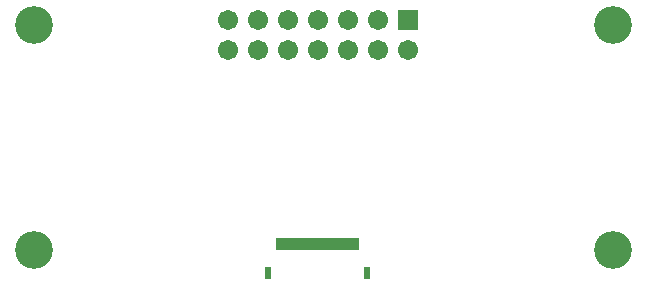
<source format=gts>
G04*
G04 #@! TF.GenerationSoftware,Altium Limited,Altium Designer,23.9.2 (47)*
G04*
G04 Layer_Color=8388736*
%FSLAX44Y44*%
%MOMM*%
G71*
G04*
G04 #@! TF.SameCoordinates,14F845D8-5F58-45A0-AC7D-242895ECC597*
G04*
G04*
G04 #@! TF.FilePolarity,Negative*
G04*
G01*
G75*
%ADD14R,0.5032X1.0032*%
%ADD15R,0.6032X1.0032*%
%ADD16C,1.7032*%
%ADD17R,1.7032X1.7032*%
%ADD18C,3.2032*%
D14*
X302500Y35220D02*
D03*
X297500D02*
D03*
X292500D02*
D03*
X287500D02*
D03*
X282500D02*
D03*
X277500D02*
D03*
X272500D02*
D03*
X267500D02*
D03*
X262500D02*
D03*
X257500D02*
D03*
X252500D02*
D03*
X247500D02*
D03*
X242500D02*
D03*
X237500D02*
D03*
D15*
X228000Y10220D02*
D03*
X312000D02*
D03*
D16*
X193800Y224840D02*
D03*
X270000D02*
D03*
X244600D02*
D03*
X320800D02*
D03*
X193800Y199440D02*
D03*
X244600D02*
D03*
X270000D02*
D03*
X320800D02*
D03*
X346200D02*
D03*
X219200Y224840D02*
D03*
X295400D02*
D03*
X219200Y199440D02*
D03*
X295400D02*
D03*
D17*
X346200Y224840D02*
D03*
D18*
X520000Y30000D02*
D03*
Y220000D02*
D03*
X30000D02*
D03*
Y30000D02*
D03*
M02*

</source>
